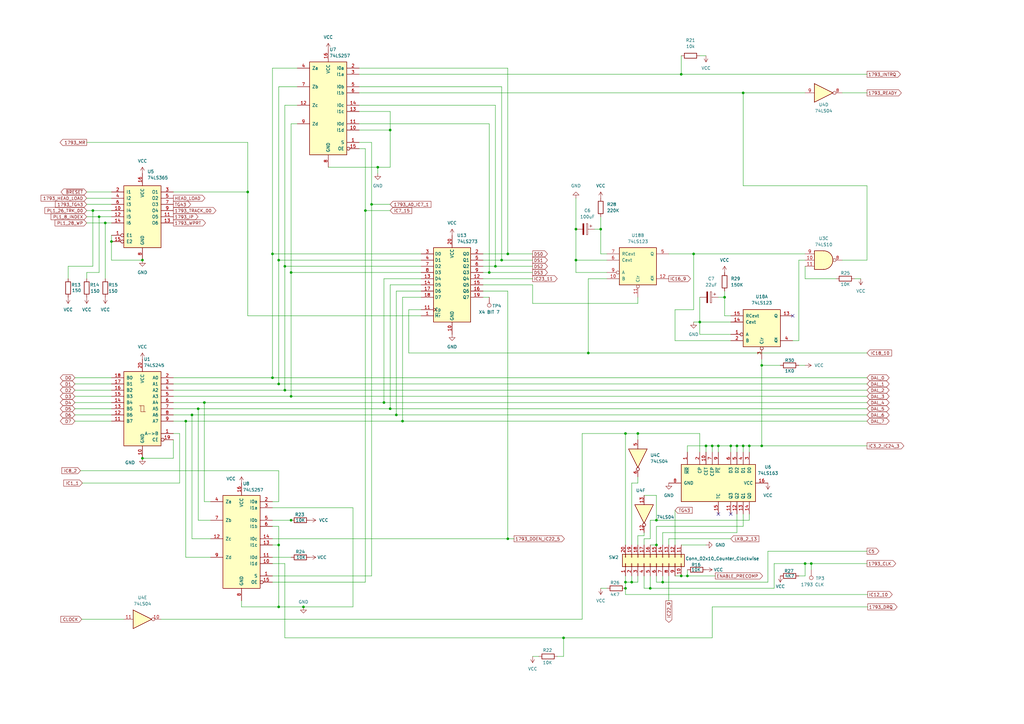
<source format=kicad_sch>
(kicad_sch (version 20211123) (generator eeschema)
  (paper "A3")
  (title_block (title "80 Bus FDC Controller") (date "2023-04-03") (rev "1.3.0"))
  (lib_symbols
    (symbol "74xx:74LS04"
      (property "Reference" "U" (at 0 1.27 0))
      (property "Value" "74LS04" (at 0 -1.27 0))
      (symbol "74LS04_1_0"
        (pin input line (at -7.62 0 0) (length 3.81) (name "~") (number "1"))
        (pin output inverted (at 7.62 0 180) (length 3.81) (name "~") (number "2"))
      )
      (symbol "74LS04_2_0"
        (pin input line (at -7.62 0 0) (length 3.81) (name "~") (number "3"))
        (pin output inverted (at 7.62 0 180) (length 3.81) (name "~") (number "4"))
      )
      (symbol "74LS04_3_0"
        (pin input line (at -7.62 0 0) (length 3.81) (name "~") (number "5"))
        (pin output inverted (at 7.62 0 180) (length 3.81) (name "~") (number "6"))
      )
      (symbol "74LS04_4_0"
        (pin output inverted (at 7.62 0 180) (length 3.81) (name "~") (number "8"))
        (pin input line (at -7.62 0 0) (length 3.81) (name "~") (number "9"))
      )
      (symbol "74LS04_5_0"
        (pin output inverted (at 7.62 0 180) (length 3.81) (name "~") (number "10"))
        (pin input line (at -7.62 0 0) (length 3.81) (name "~") (number "11"))
      )
      (symbol "74LS04_6_0"
        (pin output inverted (at 7.62 0 180) (length 3.81) (name "~") (number "12"))
        (pin input line (at -7.62 0 0) (length 3.81) (name "~") (number "13"))
      )
      (symbol "74LS04_7_0"
        (pin power_in line (at 0 12.7 270) (length 5.08) (name "VCC") (number "14"))
        (pin power_in line (at 0 -12.7 90) (length 5.08) (name "GND") (number "7"))
      )
    )
    (symbol "74xx:74LS10" (pin_names (offset 1.016))
      (property "Reference" "U" (at 0 1.27 0))
      (property "Value" "74LS10" (at 0 -1.27 0))
      (symbol "74LS10_1_1"
        (pin input line (at -7.62 2.54 0) (length 3.81) (name "~") (number "1"))
        (pin output inverted (at 7.62 0 180) (length 3.81) (name "~") (number "12"))
        (pin input line (at -7.62 -2.54 0) (length 3.81) (name "~") (number "13"))
        (pin input line (at -7.62 0 0) (length 3.81) (name "~") (number "2"))
      )
      (symbol "74LS10_1_2"
        (pin input inverted (at -7.62 2.54 0) (length 4.318) (name "~") (number "1"))
        (pin output line (at 7.62 0 180) (length 3.81) (name "~") (number "12"))
        (pin input inverted (at -7.62 -2.54 0) (length 4.318) (name "~") (number "13"))
        (pin input inverted (at -7.62 0 0) (length 4.953) (name "~") (number "2"))
      )
      (symbol "74LS10_2_1"
        (pin input line (at -7.62 2.54 0) (length 3.81) (name "~") (number "3"))
        (pin input line (at -7.62 0 0) (length 3.81) (name "~") (number "4"))
        (pin input line (at -7.62 -2.54 0) (length 3.81) (name "~") (number "5"))
        (pin output inverted (at 7.62 0 180) (length 3.81) (name "~") (number "6"))
      )
      (symbol "74LS10_2_2"
        (pin input inverted (at -7.62 2.54 0) (length 4.318) (name "~") (number "3"))
        (pin input inverted (at -7.62 0 0) (length 4.953) (name "~") (number "4"))
        (pin input inverted (at -7.62 -2.54 0) (length 4.318) (name "~") (number "5"))
        (pin output line (at 7.62 0 180) (length 3.81) (name "~") (number "6"))
      )
      (symbol "74LS10_3_1"
        (pin input line (at -7.62 0 0) (length 3.81) (name "~") (number "10"))
        (pin input line (at -7.62 -2.54 0) (length 3.81) (name "~") (number "11"))
        (pin output inverted (at 7.62 0 180) (length 3.81) (name "~") (number "8"))
        (pin input line (at -7.62 2.54 0) (length 3.81) (name "~") (number "9"))
      )
      (symbol "74LS10_3_2"
        (pin input inverted (at -7.62 0 0) (length 4.953) (name "~") (number "10"))
        (pin input inverted (at -7.62 -2.54 0) (length 4.318) (name "~") (number "11"))
        (pin output line (at 7.62 0 180) (length 3.81) (name "~") (number "8"))
        (pin input inverted (at -7.62 2.54 0) (length 4.318) (name "~") (number "9"))
      )
      (symbol "74LS10_4_0"
        (pin power_in line (at 0 12.7 270) (length 5.08) (name "VCC") (number "14"))
        (pin power_in line (at 0 -12.7 90) (length 5.08) (name "GND") (number "7"))
      )
    )
    (symbol "74xx:74LS123" (pin_names (offset 1.016))
      (property "Reference" "U" (at -7.62 8.89 0))
      (property "Value" "74LS123" (at -7.62 -8.89 0))
      (symbol "74LS123_1_0"
        (pin input inverted (at -12.7 -2.54 0) (length 5.08) (name "A") (number "1"))
        (pin output line (at 12.7 5.08 180) (length 5.08) (name "Q") (number "13"))
        (pin input line (at -12.7 2.54 0) (length 5.08) (name "Cext") (number "14"))
        (pin input line (at -12.7 5.08 0) (length 5.08) (name "RCext") (number "15"))
        (pin input line (at -12.7 -5.08 0) (length 5.08) (name "B") (number "2"))
        (pin input inverted (at 0 -12.7 90) (length 5.08) (name "Clr") (number "3"))
        (pin output line (at 12.7 -5.08 180) (length 5.08) (name "~{Q}") (number "4"))
      )
      (symbol "74LS123_2_0"
        (pin input line (at -12.7 -5.08 0) (length 5.08) (name "B") (number "10"))
        (pin input inverted (at 0 -12.7 90) (length 5.08) (name "Clr") (number "11"))
        (pin output line (at 12.7 -5.08 180) (length 5.08) (name "~{Q}") (number "12"))
        (pin output line (at 12.7 5.08 180) (length 5.08) (name "Q") (number "5"))
        (pin input line (at -12.7 2.54 0) (length 5.08) (name "Cext") (number "6"))
        (pin input line (at -12.7 5.08 0) (length 5.08) (name "RCext") (number "7"))
        (pin input inverted (at -12.7 -2.54 0) (length 5.08) (name "A") (number "9"))
      )
      (symbol "74LS123_3_0"
        (pin power_in line (at 0 12.7 270) (length 5.08) (name "VCC") (number "16"))
        (pin power_in line (at 0 -12.7 90) (length 5.08) (name "GND") (number "8"))
      )
    )
    (symbol "74xx:74LS163" (pin_names (offset 1.016))
      (property "Reference" "U" (at -7.62 16.51 0))
      (property "Value" "74LS163" (at -7.62 -16.51 0))
      (symbol "74LS163_1_0"
        (pin input line (at -12.7 -12.7 0) (length 5.08) (name "~{MR}") (number "1"))
        (pin input line (at -12.7 -5.08 0) (length 5.08) (name "CET") (number "10"))
        (pin output line (at 12.7 5.08 180) (length 5.08) (name "Q3") (number "11"))
        (pin output line (at 12.7 7.62 180) (length 5.08) (name "Q2") (number "12"))
        (pin output line (at 12.7 10.16 180) (length 5.08) (name "Q1") (number "13"))
        (pin output line (at 12.7 12.7 180) (length 5.08) (name "Q0") (number "14"))
        (pin output line (at 12.7 0 180) (length 5.08) (name "TC") (number "15"))
        (pin power_in line (at 0 20.32 270) (length 5.08) (name "VCC") (number "16"))
        (pin input line (at -12.7 -7.62 0) (length 5.08) (name "CP") (number "2"))
        (pin input line (at -12.7 12.7 0) (length 5.08) (name "D0") (number "3"))
        (pin input line (at -12.7 10.16 0) (length 5.08) (name "D1") (number "4"))
        (pin input line (at -12.7 7.62 0) (length 5.08) (name "D2") (number "5"))
        (pin input line (at -12.7 5.08 0) (length 5.08) (name "D3") (number "6"))
        (pin input line (at -12.7 -2.54 0) (length 5.08) (name "CEP") (number "7"))
        (pin power_in line (at 0 -20.32 90) (length 5.08) (name "GND") (number "8"))
        (pin input line (at -12.7 0 0) (length 5.08) (name "~{PE}") (number "9"))
      )
    )
    (symbol "74xx:74LS245" (pin_names (offset 1.016))
      (property "Reference" "U" (at -7.62 16.51 0))
      (property "Value" "74LS245" (at -7.62 -16.51 0))
      (symbol "74LS245_1_0"
        (pin input line (at -12.7 -10.16 0) (length 5.08) (name "A->B") (number "1"))
        (pin power_in line (at 0 -20.32 90) (length 5.08) (name "GND") (number "10"))
        (pin tri_state line (at 12.7 -5.08 180) (length 5.08) (name "B7") (number "11"))
        (pin tri_state line (at 12.7 -2.54 180) (length 5.08) (name "B6") (number "12"))
        (pin tri_state line (at 12.7 0 180) (length 5.08) (name "B5") (number "13"))
        (pin tri_state line (at 12.7 2.54 180) (length 5.08) (name "B4") (number "14"))
        (pin tri_state line (at 12.7 5.08 180) (length 5.08) (name "B3") (number "15"))
        (pin tri_state line (at 12.7 7.62 180) (length 5.08) (name "B2") (number "16"))
        (pin tri_state line (at 12.7 10.16 180) (length 5.08) (name "B1") (number "17"))
        (pin tri_state line (at 12.7 12.7 180) (length 5.08) (name "B0") (number "18"))
        (pin input inverted (at -12.7 -12.7 0) (length 5.08) (name "CE") (number "19"))
        (pin tri_state line (at -12.7 12.7 0) (length 5.08) (name "A0") (number "2"))
        (pin power_in line (at 0 20.32 270) (length 5.08) (name "VCC") (number "20"))
        (pin tri_state line (at -12.7 10.16 0) (length 5.08) (name "A1") (number "3"))
        (pin tri_state line (at -12.7 7.62 0) (length 5.08) (name "A2") (number "4"))
        (pin tri_state line (at -12.7 5.08 0) (length 5.08) (name "A3") (number "5"))
        (pin tri_state line (at -12.7 2.54 0) (length 5.08) (name "A4") (number "6"))
        (pin tri_state line (at -12.7 0 0) (length 5.08) (name "A5") (number "7"))
        (pin tri_state line (at -12.7 -2.54 0) (length 5.08) (name "A6") (number "8"))
        (pin tri_state line (at -12.7 -5.08 0) (length 5.08) (name "A7") (number "9"))
      )
    )
    (symbol "74xx:74LS257" (pin_names (offset 1.016))
      (property "Reference" "U" (at -7.62 19.05 0))
      (property "Value" "74LS257" (at -7.62 -21.59 0))
      (symbol "74LS257_1_0"
        (pin input line (at -12.7 -15.24 0) (length 5.08) (name "S") (number "1"))
        (pin input line (at -12.7 -10.16 0) (length 5.08) (name "I1d") (number "10"))
        (pin input line (at -12.7 -7.62 0) (length 5.08) (name "I0d") (number "11"))
        (pin tri_state line (at 12.7 0 180) (length 5.08) (name "Zc") (number "12"))
        (pin input line (at -12.7 -2.54 0) (length 5.08) (name "I1c") (number "13"))
        (pin input line (at -12.7 0 0) (length 5.08) (name "I0c") (number "14"))
        (pin input inverted (at -12.7 -17.78 0) (length 5.08) (name "OE") (number "15"))
        (pin power_in line (at 0 22.86 270) (length 5.08) (name "VCC") (number "16"))
        (pin input line (at -12.7 15.24 0) (length 5.08) (name "I0a") (number "2"))
        (pin input line (at -12.7 12.7 0) (length 5.08) (name "I1a") (number "3"))
        (pin tri_state line (at 12.7 15.24 180) (length 5.08) (name "Za") (number "4"))
        (pin input line (at -12.7 7.62 0) (length 5.08) (name "I0b") (number "5"))
        (pin input line (at -12.7 5.08 0) (length 5.08) (name "I1b") (number "6"))
        (pin tri_state line (at 12.7 7.62 180) (length 5.08) (name "Zb") (number "7"))
        (pin power_in line (at 0 -25.4 90) (length 5.08) (name "GND") (number "8"))
        (pin tri_state line (at 12.7 -7.62 180) (length 5.08) (name "Zd") (number "9"))
      )
    )
    (symbol "74xx:74LS273"
      (property "Reference" "U" (at -7.62 16.51 0))
      (property "Value" "74LS273" (at -7.62 -16.51 0))
      (symbol "74LS273_1_0"
        (pin input line (at -12.7 -12.7 0) (length 5.08) (name "~{Mr}") (number "1"))
        (pin power_in line (at 0 -20.32 90) (length 5.08) (name "GND") (number "10"))
        (pin input clock (at -12.7 -10.16 0) (length 5.08) (name "Cp") (number "11"))
        (pin output line (at 12.7 2.54 180) (length 5.08) (name "Q4") (number "12"))
        (pin input line (at -12.7 2.54 0) (length 5.08) (name "D4") (number "13"))
        (pin input line (at -12.7 0 0) (length 5.08) (name "D5") (number "14"))
        (pin output line (at 12.7 0 180) (length 5.08) (name "Q5") (number "15"))
        (pin output line (at 12.7 -2.54 180) (length 5.08) (name "Q6") (number "16"))
        (pin input line (at -12.7 -2.54 0) (length 5.08) (name "D6") (number "17"))
        (pin input line (at -12.7 -5.08 0) (length 5.08) (name "D7") (number "18"))
        (pin output line (at 12.7 -5.08 180) (length 5.08) (name "Q7") (number "19"))
        (pin output line (at 12.7 12.7 180) (length 5.08) (name "Q0") (number "2"))
        (pin power_in line (at 0 20.32 270) (length 5.08) (name "VCC") (number "20"))
        (pin input line (at -12.7 12.7 0) (length 5.08) (name "D0") (number "3"))
        (pin input line (at -12.7 10.16 0) (length 5.08) (name "D1") (number "4"))
        (pin output line (at 12.7 10.16 180) (length 5.08) (name "Q1") (number "5"))
        (pin output line (at 12.7 7.62 180) (length 5.08) (name "Q2") (number "6"))
        (pin input line (at -12.7 7.62 0) (length 5.08) (name "D2") (number "7"))
        (pin input line (at -12.7 5.08 0) (length 5.08) (name "D3") (number "8"))
        (pin output line (at 12.7 5.08 180) (length 5.08) (name "Q3") (number "9"))
      )
    )
    (symbol "74xx:74LS365" (pin_names (offset 1.016))
      (property "Reference" "U" (at -7.62 13.97 0))
      (property "Value" "74LS365" (at -7.62 -13.97 0))
      (symbol "74LS365_1_0"
        (pin input inverted (at -12.7 -7.62 0) (length 5.08) (name "E1") (number "1"))
        (pin input line (at -12.7 2.54 0) (length 5.08) (name "I4") (number "10"))
        (pin tri_state line (at 12.7 0 180) (length 5.08) (name "O5") (number "11"))
        (pin input line (at -12.7 0 0) (length 5.08) (name "I5") (number "12"))
        (pin tri_state line (at 12.7 -2.54 180) (length 5.08) (name "O6") (number "13"))
        (pin input line (at -12.7 -2.54 0) (length 5.08) (name "I6") (number "14"))
        (pin input inverted (at -12.7 -10.16 0) (length 5.08) (name "E2") (number "15"))
        (pin power_in line (at 0 17.78 270) (length 5.08) (name "VCC") (number "16"))
        (pin input line (at -12.7 10.16 0) (length 5.08) (name "I1") (number "2"))
        (pin tri_state line (at 12.7 10.16 180) (length 5.08) (name "O1") (number "3"))
        (pin input line (at -12.7 7.62 0) (length 5.08) (name "I2") (number "4"))
        (pin tri_state line (at 12.7 7.62 180) (length 5.08) (name "O2") (number "5"))
        (pin input line (at -12.7 5.08 0) (length 5.08) (name "I3") (number "6"))
        (pin tri_state line (at 12.7 5.08 180) (length 5.08) (name "O3") (number "7"))
        (pin power_in line (at 0 -17.78 90) (length 5.08) (name "GND") (number "8"))
        (pin tri_state line (at 12.7 2.54 180) (length 5.08) (name "O4") (number "9"))
      )
    )
    (symbol "Connector:TestPoint" (pin_numbers hide) (pin_names (offset 0.762) hide)
      (property "Reference" "TP" (at 0 6.858 0))
      (property "Value" "TestPoint" (at 0 5.08 0))
      (symbol "TestPoint_1_1"
        (pin passive line (at 0 0 90) (length 2.54) (name "1") (number "1"))
      )
    )
    (symbol "Connector_Generic:Conn_02x10_Counter_Clockwise" (pin_names (offset 1.016) hide)
      (property "Reference" "J" (at 1.27 12.7 0))
      (property "Value" "Conn_02x10_Counter_Clockwise" (at 1.27 -15.24 0))
      (symbol "Conn_02x10_Counter_Clockwise_1_1"
        (pin passive line (at -5.08 10.16 0) (length 3.81) (name "Pin_1") (number "1"))
        (pin passive line (at -5.08 -12.7 0) (length 3.81) (name "Pin_10") (number "10"))
        (pin passive line (at 7.62 -12.7 180) (length 3.81) (name "Pin_11") (number "11"))
        (pin passive line (at 7.62 -10.16 180) (length 3.81) (name "Pin_12") (number "12"))
        (pin passive line (at 7.62 -7.62 180) (length 3.81) (name "Pin_13") (number "13"))
        (pin passive line (at 7.62 -5.08 180) (length 3.81) (name "Pin_14") (number "14"))
        (pin passive line (at 7.62 -2.54 180) (length 3.81) (name "Pin_15") (number "15"))
        (pin passive line (at 7.62 0 180) (length 3.81) (name "Pin_16") (number "16"))
        (pin passive line (at 7.62 2.54 180) (length 3.81) (name "Pin_17") (number "17"))
        (pin passive line (at 7.62 5.08 180) (length 3.81) (name "Pin_18") (number "18"))
        (pin passive line (at 7.62 7.62 180) (length 3.81) (name "Pin_19") (number "19"))
        (pin passive line (at -5.08 7.62 0) (length 3.81) (name "Pin_2") (number "2"))
        (pin passive line (at 7.62 10.16 180) (length 3.81) (name "Pin_20") (number "20"))
        (pin passive line (at -5.08 5.08 0) (length 3.81) (name "Pin_3") (number "3"))
        (pin passive line (at -5.08 2.54 0) (length 3.81) (name "Pin_4") (number "4"))
        (pin passive line (at -5.08 0 0) (length 3.81) (name "Pin_5") (number "5"))
        (pin passive line (at -5.08 -2.54 0) (length 3.81) (name "Pin_6") (number "6"))
        (pin passive line (at -5.08 -5.08 0) (length 3.81) (name "Pin_7") (number "7"))
        (pin passive line (at -5.08 -7.62 0) (length 3.81) (name "Pin_8") (number "8"))
        (pin passive line (at -5.08 -10.16 0) (length 3.81) (name "Pin_9") (number "9"))
      )
    )
    (symbol "Device:C_Polarized" (pin_numbers hide) (pin_names (offset 0.254))
      (property "Reference" "C" (at 0.635 2.54 0))
      (property "Value" "C_Polarized" (at 0.635 -2.54 0))
      (symbol "C_Polarized_1_1"
        (pin passive line (at 0 3.81 270) (length 2.794) (name "~") (number "1"))
        (pin passive line (at 0 -3.81 90) (length 2.794) (name "~") (number "2"))
      )
    )
    (symbol "Device:R" (pin_numbers hide) (pin_names (offset 0))
      (property "Reference" "R" (at 2.032 0 90))
      (property "Value" "R" (at 0 0 90))
      (symbol "R_1_1"
        (pin passive line (at 0 3.81 270) (length 1.27) (name "~") (number "1"))
        (pin passive line (at 0 -3.81 90) (length 1.27) (name "~") (number "2"))
      )
    )
    (symbol "power:GND" (power) (pin_names (offset 0))
      (property "Value" "GND" (at 0 -3.81 0))
      (symbol "GND_1_1"
        (pin power_in line (at 0 0 270) (length 0) hide (name "GND") (number "1"))
      )
    )
    (symbol "power:VCC" (power) (pin_names (offset 0))
      (property "Value" "VCC" (at 0 3.81 0))
      (symbol "VCC_1_1"
        (pin power_in line (at 0 0 90) (length 0) hide (name "VCC") (number "1"))
      )
    )
  )
  (junction (at 304.8 38.1))
  (junction (at 259.08 238.76))
  (junction (at 101.6 78.74))
  (junction (at 43.18 91.44))
  (junction (at 38.1 86.36))
  (junction (at 114.3 157.48))
  (junction (at 149.86 86.36))
  (junction (at 294.64 182.88))
  (junction (at 269.24 213.36))
  (junction (at 241.3 144.78))
  (junction (at 160.02 53.34))
  (junction (at 256.54 177.8))
  (junction (at 114.3 248.92))
  (junction (at 271.78 238.76))
  (junction (at 165.1 172.72))
  (junction (at 81.28 167.64))
  (junction (at 205.74 106.68))
  (junction (at 287.02 132.08))
  (junction (at 304.8 182.88))
  (junction (at 114.3 223.52))
  (junction (at 40.64 88.9))
  (junction (at 116.84 160.02))
  (junction (at 154.94 68.58))
  (junction (at 292.1 182.88))
  (junction (at 111.76 104.14))
  (junction (at 307.34 182.88))
  (junction (at 269.24 223.52))
  (junction (at 236.22 106.68))
  (junction (at 58.42 106.68))
  (junction (at 208.28 104.14))
  (junction (at 256.54 238.76))
  (junction (at 152.4 83.82))
  (junction (at 312.42 182.88))
  (junction (at 297.18 121.92))
  (junction (at 111.76 154.94))
  (junction (at 231.14 261.62))
  (junction (at 78.74 170.18))
  (junction (at 279.4 236.22))
  (junction (at 119.38 162.56))
  (junction (at 124.46 248.92))
  (junction (at 119.38 213.36))
  (junction (at 279.4 30.48))
  (junction (at 302.26 182.88))
  (junction (at 236.22 93.98))
  (junction (at 330.2 231.14))
  (junction (at 203.2 109.22))
  (junction (at 266.7 241.3))
  (junction (at 281.94 236.22))
  (junction (at 289.56 182.88))
  (junction (at 119.38 111.76))
  (junction (at 162.56 170.18))
  (junction (at 299.72 182.88))
  (junction (at 45.72 99.06))
  (junction (at 256.54 241.3))
  (junction (at 157.48 165.1))
  (junction (at 332.74 231.14))
  (junction (at 284.48 104.14))
  (junction (at 160.02 167.64))
  (junction (at 200.66 111.76))
  (junction (at 116.84 109.22))
  (junction (at 261.62 177.8))
  (junction (at 76.2 172.72))
  (junction (at 58.42 187.96))
  (junction (at 312.42 149.86))
  (junction (at 114.3 106.68))
  (junction (at 246.38 93.98))
  (junction (at 208.28 220.98))
  (junction (at 83.82 165.1))
  (no_connect (at 325.12 129.54))
  (no_connect (at 294.64 210.82))
  (no_connect (at 299.72 210.82))
  (wire (pts (xy 218.44 116.84) (xy 218.44 124.46)))
  (wire (pts (xy 256.54 177.8) (xy 261.62 177.8)))
  (wire (pts (xy 327.66 236.22) (xy 330.2 236.22)))
  (wire (pts (xy 147.32 45.72) (xy 160.02 45.72)))
  (wire (pts (xy 238.76 177.8) (xy 238.76 254)))
  (wire (pts (xy 264.16 220.98) (xy 266.7 220.98)))
  (wire (pts (xy 114.3 106.68) (xy 172.72 106.68)))
  (wire (pts (xy 281.94 236.22) (xy 293.37 236.22)))
  (wire (pts (xy 119.38 111.76) (xy 119.38 162.56)))
  (wire (pts (xy 121.92 35.56) (xy 114.3 35.56)))
  (wire (pts (xy 276.86 236.22) (xy 279.4 236.22)))
  (wire (pts (xy 292.1 182.88) (xy 292.1 185.42)))
  (wire (pts (xy 157.48 165.1) (xy 355.6 165.1)))
  (wire (pts (xy 261.62 195.58) (xy 261.62 198.12)))
  (wire (pts (xy 264.16 236.22) (xy 264.16 241.3)))
  (wire (pts (xy 345.44 106.68) (xy 355.6 106.68)))
  (wire (pts (xy 236.22 81.28) (xy 236.22 93.98)))
  (wire (pts (xy 269.24 213.36) (xy 307.34 213.36)))
  (wire (pts (xy 264.16 241.3) (xy 266.7 241.3)))
  (wire (pts (xy 76.2 172.72) (xy 165.1 172.72)))
  (wire (pts (xy 198.12 109.22) (xy 203.2 109.22)))
  (wire (pts (xy 246.38 104.14) (xy 246.38 93.98)))
  (wire (pts (xy 299.72 182.88) (xy 302.26 182.88)))
  (wire (pts (xy 231.14 261.62) (xy 292.1 261.62)))
  (wire (pts (xy 116.84 231.14) (xy 116.84 261.62)))
  (wire (pts (xy 307.34 213.36) (xy 307.34 210.82)))
  (wire (pts (xy 30.734 165.1) (xy 45.72 165.1)))
  (wire (pts (xy 35.56 88.9) (xy 40.64 88.9)))
  (wire (pts (xy 43.18 91.44) (xy 43.18 114.3)))
  (wire (pts (xy 147.32 38.1) (xy 304.8 38.1)))
  (wire (pts (xy 281.94 182.88) (xy 289.56 182.88)))
  (wire (pts (xy 261.62 236.22) (xy 261.62 238.76)))
  (wire (pts (xy 111.76 27.94) (xy 111.76 104.14)))
  (wire (pts (xy 198.12 116.84) (xy 218.44 116.84)))
  (wire (pts (xy 111.76 228.6) (xy 119.38 228.6)))
  (wire (pts (xy 256.54 238.76) (xy 256.54 241.3)))
  (wire (pts (xy 147.32 35.56) (xy 205.74 35.56)))
  (wire (pts (xy 119.38 50.8) (xy 119.38 111.76)))
  (wire (pts (xy 198.12 111.76) (xy 200.66 111.76)))
  (wire (pts (xy 312.42 182.88) (xy 355.6 182.88)))
  (wire (pts (xy 297.18 119.38) (xy 297.18 121.92)))
  (wire (pts (xy 332.74 231.14) (xy 355.6 231.14)))
  (wire (pts (xy 165.1 121.92) (xy 165.1 172.72)))
  (wire (pts (xy 124.46 248.92) (xy 144.78 248.92)))
  (wire (pts (xy 256.54 238.76) (xy 259.08 238.76)))
  (wire (pts (xy 304.8 182.88) (xy 307.34 182.88)))
  (wire (pts (xy 200.66 50.8) (xy 147.32 50.8)))
  (wire (pts (xy 147.32 43.18) (xy 203.2 43.18)))
  (wire (pts (xy 73.66 177.8) (xy 73.66 198.12)))
  (wire (pts (xy 162.56 119.38) (xy 162.56 170.18)))
  (wire (pts (xy 71.12 165.1) (xy 83.82 165.1)))
  (wire (pts (xy 121.92 27.94) (xy 111.76 27.94)))
  (wire (pts (xy 71.12 180.34) (xy 71.12 187.96)))
  (wire (pts (xy 330.2 231.14) (xy 317.5 231.14)))
  (wire (pts (xy 116.84 261.62) (xy 231.14 261.62)))
  (wire (pts (xy 248.92 104.14) (xy 246.38 104.14)))
  (wire (pts (xy 269.24 215.9) (xy 269.24 223.52)))
  (wire (pts (xy 111.76 231.14) (xy 116.84 231.14)))
  (wire (pts (xy 30.734 170.18) (xy 45.72 170.18)))
  (wire (pts (xy 86.36 213.36) (xy 81.28 213.36)))
  (wire (pts (xy 147.32 53.34) (xy 160.02 53.34)))
  (wire (pts (xy 302.26 182.88) (xy 302.26 185.42)))
  (wire (pts (xy 345.44 38.1) (xy 355.6 38.1)))
  (wire (pts (xy 35.56 81.28) (xy 45.72 81.28)))
  (wire (pts (xy 256.54 243.84) (xy 355.854 243.84)))
  (wire (pts (xy 33.782 198.12) (xy 73.66 198.12)))
  (wire (pts (xy 198.12 104.14) (xy 208.28 104.14)))
  (wire (pts (xy 203.2 109.22) (xy 218.44 109.22)))
  (wire (pts (xy 287.02 185.42) (xy 287.02 177.8)))
  (wire (pts (xy 269.24 238.76) (xy 271.78 238.76)))
  (wire (pts (xy 317.5 231.14) (xy 317.5 241.3)))
  (wire (pts (xy 152.4 58.42) (xy 152.4 83.82)))
  (wire (pts (xy 83.82 165.1) (xy 157.48 165.1)))
  (wire (pts (xy 114.3 205.74) (xy 114.3 193.04)))
  (wire (pts (xy 271.78 238.76) (xy 314.96 238.76)))
  (wire (pts (xy 111.76 205.74) (xy 114.3 205.74)))
  (wire (pts (xy 30.734 154.94) (xy 45.72 154.94)))
  (wire (pts (xy 299.72 137.16) (xy 287.02 137.16)))
  (wire (pts (xy 297.18 129.54) (xy 299.72 129.54)))
  (wire (pts (xy 259.08 198.12) (xy 261.62 198.12)))
  (wire (pts (xy 119.38 162.56) (xy 355.6 162.56)))
  (wire (pts (xy 81.28 167.64) (xy 81.28 213.36)))
  (wire (pts (xy 111.76 213.36) (xy 119.38 213.36)))
  (wire (pts (xy 246.38 241.3) (xy 248.92 241.3)))
  (wire (pts (xy 248.92 111.76) (xy 236.22 111.76)))
  (wire (pts (xy 279.4 223.52) (xy 289.56 223.52)))
  (wire (pts (xy 284.48 132.08) (xy 287.02 132.08)))
  (wire (pts (xy 330.2 231.14) (xy 330.2 236.22)))
  (wire (pts (xy 205.74 106.68) (xy 218.44 106.68)))
  (wire (pts (xy 271.78 236.22) (xy 271.78 238.76)))
  (wire (pts (xy 101.6 129.54) (xy 101.6 78.74)))
  (wire (pts (xy 198.12 121.92) (xy 200.66 121.92)))
  (wire (pts (xy 302.26 182.88) (xy 304.8 182.88)))
  (wire (pts (xy 172.72 121.92) (xy 165.1 121.92)))
  (wire (pts (xy 121.92 43.18) (xy 116.84 43.18)))
  (wire (pts (xy 236.22 93.98) (xy 236.22 106.68)))
  (wire (pts (xy 259.08 223.52) (xy 259.08 198.12)))
  (wire (pts (xy 116.84 43.18) (xy 116.84 109.22)))
  (wire (pts (xy 114.3 223.52) (xy 114.3 248.92)))
  (wire (pts (xy 30.734 162.56) (xy 45.72 162.56)))
  (wire (pts (xy 269.24 236.22) (xy 269.24 238.76)))
  (wire (pts (xy 266.7 220.98) (xy 266.7 213.36)))
  (wire (pts (xy 114.3 106.68) (xy 114.3 157.48)))
  (wire (pts (xy 71.12 167.64) (xy 81.28 167.64)))
  (wire (pts (xy 35.56 114.3) (xy 35.56 111.76)))
  (wire (pts (xy 198.12 119.38) (xy 208.28 119.38)))
  (wire (pts (xy 149.86 60.96) (xy 149.86 86.36)))
  (wire (pts (xy 43.18 91.44) (xy 45.72 91.44)))
  (wire (pts (xy 111.76 236.22) (xy 152.4 236.22)))
  (wire (pts (xy 81.28 167.64) (xy 160.02 167.64)))
  (wire (pts (xy 111.76 208.28) (xy 144.78 208.28)))
  (wire (pts (xy 203.2 43.18) (xy 203.2 109.22)))
  (wire (pts (xy 304.8 38.1) (xy 330.2 38.1)))
  (wire (pts (xy 200.66 111.76) (xy 200.66 50.8)))
  (wire (pts (xy 205.74 35.56) (xy 205.74 106.68)))
  (wire (pts (xy 111.76 238.76) (xy 149.86 238.76)))
  (wire (pts (xy 111.76 215.9) (xy 114.3 215.9)))
  (wire (pts (xy 45.72 99.06) (xy 45.72 106.68)))
  (wire (pts (xy 330.2 106.68) (xy 327.66 106.68)))
  (wire (pts (xy 35.56 58.42) (xy 101.6 58.42)))
  (wire (pts (xy 71.12 154.94) (xy 111.76 154.94)))
  (wire (pts (xy 134.62 68.58) (xy 154.94 68.58)))
  (wire (pts (xy 256.54 236.22) (xy 256.54 238.76)))
  (wire (pts (xy 294.64 182.88) (xy 299.72 182.88)))
  (wire (pts (xy 76.2 172.72) (xy 76.2 228.6)))
  (wire (pts (xy 167.64 127) (xy 167.64 144.78)))
  (wire (pts (xy 269.24 215.9) (xy 304.8 215.9)))
  (wire (pts (xy 271.78 218.44) (xy 271.78 223.52)))
  (wire (pts (xy 350.52 114.3) (xy 353.06 114.3)))
  (wire (pts (xy 264.16 223.52) (xy 264.16 220.98)))
  (wire (pts (xy 279.4 22.86) (xy 279.4 30.48)))
  (wire (pts (xy 111.76 154.94) (xy 355.6 154.94)))
  (wire (pts (xy 30.734 157.48) (xy 45.72 157.48)))
  (wire (pts (xy 172.72 119.38) (xy 162.56 119.38)))
  (wire (pts (xy 266.7 241.3) (xy 317.5 241.3)))
  (wire (pts (xy 71.12 187.96) (xy 58.42 187.96)))
  (wire (pts (xy 152.4 83.82) (xy 152.4 236.22)))
  (wire (pts (xy 30.734 160.02) (xy 45.72 160.02)))
  (wire (pts (xy 238.76 177.8) (xy 256.54 177.8)))
  (wire (pts (xy 160.02 53.34) (xy 160.02 68.58)))
  (wire (pts (xy 266.7 223.52) (xy 269.24 223.52)))
  (wire (pts (xy 256.54 241.3) (xy 256.54 243.84)))
  (wire (pts (xy 287.02 132.08) (xy 287.02 121.92)))
  (wire (pts (xy 307.34 182.88) (xy 312.42 182.88)))
  (wire (pts (xy 304.8 215.9) (xy 304.8 210.82)))
  (wire (pts (xy 330.2 109.22) (xy 330.2 114.3)))
  (wire (pts (xy 281.94 233.68) (xy 281.94 236.22)))
  (wire (pts (xy 33.528 254) (xy 50.8 254)))
  (wire (pts (xy 312.42 147.32) (xy 312.42 149.86)))
  (wire (pts (xy 66.04 254) (xy 238.76 254)))
  (wire (pts (xy 274.32 236.22) (xy 274.32 246.38)))
  (wire (pts (xy 116.84 160.02) (xy 355.6 160.02)))
  (wire (pts (xy 83.82 165.1) (xy 83.82 205.74)))
  (wire (pts (xy 274.32 104.14) (xy 284.48 104.14)))
  (wire (pts (xy 147.32 60.96) (xy 149.86 60.96)))
  (wire (pts (xy 259.08 236.22) (xy 259.08 238.76)))
  (wire (pts (xy 198.12 114.3) (xy 218.44 114.3)))
  (wire (pts (xy 276.86 127) (xy 276.86 139.7)))
  (wire (pts (xy 307.34 182.88) (xy 307.34 185.42)))
  (wire (pts (xy 149.86 86.36) (xy 149.86 238.76)))
  (wire (pts (xy 330.2 114.3) (xy 342.9 114.3)))
  (wire (pts (xy 261.62 177.8) (xy 287.02 177.8)))
  (wire (pts (xy 71.12 170.18) (xy 78.74 170.18)))
  (wire (pts (xy 200.66 111.76) (xy 218.44 111.76)))
  (wire (pts (xy 172.72 129.54) (xy 101.6 129.54)))
  (wire (pts (xy 38.1 86.36) (xy 45.72 86.36)))
  (wire (pts (xy 27.94 109.22) (xy 38.1 109.22)))
  (wire (pts (xy 218.44 269.24) (xy 220.98 269.24)))
  (wire (pts (xy 314.96 238.76) (xy 314.96 226.06)))
  (wire (pts (xy 231.14 261.62) (xy 231.14 269.24)))
  (wire (pts (xy 71.12 160.02) (xy 116.84 160.02)))
  (wire (pts (xy 292.1 248.92) (xy 355.854 248.92)))
  (wire (pts (xy 71.12 78.74) (xy 101.6 78.74)))
  (wire (pts (xy 172.72 116.84) (xy 160.02 116.84)))
  (wire (pts (xy 86.36 228.6) (xy 76.2 228.6)))
  (wire (pts (xy 116.84 109.22) (xy 116.84 160.02)))
  (wire (pts (xy 302.26 218.44) (xy 271.78 218.44)))
  (wire (pts (xy 160.02 167.64) (xy 355.6 167.64)))
  (wire (pts (xy 149.86 86.36) (xy 160.02 86.36)))
  (wire (pts (xy 71.12 157.48) (xy 114.3 157.48)))
  (wire (pts (xy 114.3 157.48) (xy 355.6 157.48)))
  (wire (pts (xy 284.48 127) (xy 276.86 127)))
  (wire (pts (xy 45.72 96.52) (xy 45.72 99.06)))
  (wire (pts (xy 35.56 78.74) (xy 45.72 78.74)))
  (wire (pts (xy 167.64 144.78) (xy 241.3 144.78)))
  (wire (pts (xy 327.66 139.7) (xy 325.12 139.7)))
  (wire (pts (xy 294.64 121.92) (xy 297.18 121.92)))
  (wire (pts (xy 276.86 209.296) (xy 276.86 223.52)))
  (wire (pts (xy 86.36 220.98) (xy 78.74 220.98)))
  (wire (pts (xy 355.6 106.68) (xy 355.6 76.2)))
  (wire (pts (xy 35.56 91.44) (xy 43.18 91.44)))
  (wire (pts (xy 30.734 167.64) (xy 45.72 167.64)))
  (wire (pts (xy 304.8 182.88) (xy 304.8 185.42)))
  (wire (pts (xy 111.76 104.14) (xy 111.76 154.94)))
  (wire (pts (xy 198.12 106.68) (xy 205.74 106.68)))
  (wire (pts (xy 208.28 27.94) (xy 208.28 104.14)))
  (wire (pts (xy 312.42 149.86) (xy 312.42 182.88)))
  (wire (pts (xy 246.38 93.98) (xy 243.84 93.98)))
  (wire (pts (xy 101.6 58.42) (xy 101.6 78.74)))
  (wire (pts (xy 327.66 149.86) (xy 330.2 149.86)))
  (wire (pts (xy 208.28 220.98) (xy 210.82 220.98)))
  (wire (pts (xy 302.26 210.82) (xy 302.26 218.44)))
  (wire (pts (xy 160.02 68.58) (xy 154.94 68.58)))
  (wire (pts (xy 111.76 220.98) (xy 208.28 220.98)))
  (wire (pts (xy 241.3 114.3) (xy 248.92 114.3)))
  (wire (pts (xy 38.1 109.22) (xy 38.1 86.36)))
  (wire (pts (xy 45.72 106.68) (xy 58.42 106.68)))
  (wire (pts (xy 289.56 182.88) (xy 292.1 182.88)))
  (wire (pts (xy 27.94 114.3) (xy 27.94 109.22)))
  (wire (pts (xy 287.02 132.08) (xy 299.72 132.08)))
  (wire (pts (xy 292.1 261.62) (xy 292.1 248.92)))
  (wire (pts (xy 114.3 248.92) (xy 124.46 248.92)))
  (wire (pts (xy 299.72 182.88) (xy 299.72 185.42)))
  (wire (pts (xy 114.3 193.04) (xy 33.02 193.04)))
  (wire (pts (xy 35.56 83.82) (xy 45.72 83.82)))
  (wire (pts (xy 261.62 177.8) (xy 261.62 180.34)))
  (wire (pts (xy 40.64 111.76) (xy 40.64 88.9)))
  (wire (pts (xy 35.56 86.36) (xy 38.1 86.36)))
  (wire (pts (xy 86.36 205.74) (xy 83.82 205.74)))
  (wire (pts (xy 256.54 177.8) (xy 256.54 223.52)))
  (wire (pts (xy 261.62 223.52) (xy 261.62 219.71)))
  (wire (pts (xy 111.76 104.14) (xy 172.72 104.14)))
  (wire (pts (xy 269.24 203.2) (xy 269.24 213.36)))
  (wire (pts (xy 287.02 137.16) (xy 287.02 132.08)))
  (wire (pts (xy 241.3 144.78) (xy 241.3 114.3)))
  (wire (pts (xy 147.32 58.42) (xy 152.4 58.42)))
  (wire (pts (xy 172.72 114.3) (xy 157.48 114.3)))
  (wire (pts (xy 266.7 213.36) (xy 269.24 213.36)))
  (wire (pts (xy 119.38 213.36) (xy 119.634 213.36)))
  (wire (pts (xy 246.38 88.9) (xy 246.38 93.98)))
  (wire (pts (xy 304.8 76.2) (xy 304.8 38.1)))
  (wire (pts (xy 114.3 215.9) (xy 114.3 223.52)))
  (wire (pts (xy 332.74 231.14) (xy 332.74 233.68)))
  (wire (pts (xy 332.74 231.14) (xy 330.2 231.14)))
  (wire (pts (xy 266.7 236.22) (xy 266.7 241.3)))
  (wire (pts (xy 99.06 246.38) (xy 99.06 248.92)))
  (wire (pts (xy 264.16 218.44) (xy 264.16 219.71)))
  (wire (pts (xy 355.6 76.2) (xy 304.8 76.2)))
  (wire (pts (xy 144.78 208.28) (xy 144.78 248.92)))
  (wire (pts (xy 279.4 30.48) (xy 355.6 30.48)))
  (wire (pts (xy 287.02 22.86) (xy 289.56 22.86)))
  (wire (pts (xy 208.28 104.14) (xy 218.44 104.14)))
  (wire (pts (xy 78.74 170.18) (xy 162.56 170.18)))
  (wire (pts (xy 152.4 83.82) (xy 160.02 83.82)))
  (wire (pts (xy 208.28 119.38) (xy 208.28 220.98)))
  (wire (pts (xy 160.02 116.84) (xy 160.02 167.64)))
  (wire (pts (xy 297.18 121.92) (xy 297.18 129.54)))
  (wire (pts (xy 274.32 220.98) (xy 299.72 220.98)))
  (wire (pts (xy 165.1 172.72) (xy 355.6 172.72)))
  (wire (pts (xy 236.22 106.68) (xy 236.22 111.76)))
  (wire (pts (xy 111.76 223.52) (xy 114.3 223.52)))
  (wire (pts (xy 147.32 30.48) (xy 279.4 30.48)))
  (wire (pts (xy 259.08 238.76) (xy 261.62 238.76)))
  (wire (pts (xy 160.02 45.72) (xy 160.02 53.34)))
  (wire (pts (xy 99.06 248.92) (xy 114.3 248.92)))
  (wire (pts (xy 162.56 170.18) (xy 355.6 170.18)))
  (wire (pts (xy 121.92 50.8) (xy 119.38 50.8)))
  (wire (pts (xy 320.04 149.86) (xy 312.42 149.86)))
  (wire (pts (xy 35.56 111.76) (xy 40.64 111.76)))
  (wire (pts (xy 236.22 106.68) (xy 248.92 106.68)))
  (wire (pts (xy 284.48 104.14) (xy 284.48 127)))
  (wire (pts (xy 119.38 111.76) (xy 172.72 111.76)))
  (wire (pts (xy 147.32 27.94) (xy 208.28 27.94)))
  (wire (pts (xy 154.94 68.58) (xy 154.94 71.12)))
  (wire (pts (xy 241.3 144.78) (xy 355.6 144.78)))
  (wire (pts (xy 71.12 177.8) (xy 73.66 177.8)))
  (wire (pts (xy 172.72 127) (xy 167.64 127)))
  (wire (pts (xy 157.48 114.3) (xy 157.48 165.1)))
  (wire (pts (xy 71.12 172.72) (xy 76.2 172.72)))
  (wire (pts (xy 228.6 269.24) (xy 231.14 269.24)))
  (wire (pts (xy 114.3 35.56) (xy 114.3 106.68)))
  (wire (pts (xy 274.32 223.52) (xy 274.32 220.98)))
  (wire (pts (xy 281.94 185.42) (xy 281.94 182.88)))
  (wire (pts (xy 264.16 203.2) (xy 269.24 203.2)))
  (wire (pts (xy 279.4 236.22) (xy 281.94 236.22)))
  (wire (pts (xy 218.44 124.46) (xy 261.62 124.46)))
  (wire (pts (xy 261.62 121.92) (xy 261.62 124.46)))
  (wire (pts (xy 289.56 185.42) (xy 289.56 182.88)))
  (wire (pts (xy 284.48 104.14) (xy 330.2 104.14)))
  (wire (pts (xy 276.86 139.7) (xy 299.72 139.7)))
  (wire (pts (xy 261.62 219.71) (xy 264.16 219.71)))
  (wire (pts (xy 78.74 170.18) (xy 78.74 220.98)))
  (wire (pts (xy 71.12 162.56) (xy 119.38 162.56)))
  (wire (pts (xy 116.84 109.22) (xy 172.72 109.22)))
  (wire (pts (xy 294.64 182.88) (xy 294.64 185.42)))
  (wire (pts (xy 40.64 88.9) (xy 45.72 88.9)))
  (wire (pts (xy 327.66 106.68) (xy 327.66 139.7)))
  (wire (pts (xy 30.734 172.72) (xy 45.72 172.72)))
  (wire (pts (xy 292.1 182.88) (xy 294.64 182.88)))
  (wire (pts (xy 314.96 226.06) (xy 355.6 226.06)))
  (global_label "DAL_7" (shape bidirectional) (at 355.6 172.72 0) (property "Intersheet References" "${INTERSHEET_REFS}" (effects hide)))
  (global_label "IC16_9" (shape output) (at 274.32 114.3 0) (property "Intersheet References" "${INTERSHEET_REFS}" (effects hide)))
  (global_label "~{BRESET}" (shape bidirectional) (at 35.56 78.74 180) (property "Intersheet References" "${INTERSHEET_REFS}" (effects hide)))
  (global_label "HEAD_LOAD" (shape output) (at 71.12 81.28 0) (property "Intersheet References" "${INTERSHEET_REFS}" (effects hide)))
  (global_label "1793_WPRT" (shape output) (at 71.12 91.44 0) (property "Intersheet References" "${INTERSHEET_REFS}" (effects hide)))
  (global_label "TG43" (shape output) (at 71.12 83.82 0) (property "Intersheet References" "${INTERSHEET_REFS}" (effects hide)))
  (global_label "1793_READY" (shape output) (at 355.6 38.1 0) (property "Intersheet References" "${INTERSHEET_REFS}" (effects hide)))
  (global_label "DAL_6" (shape bidirectional) (at 355.6 170.18 0) (property "Intersheet References" "${INTERSHEET_REFS}" (effects hide)))
  (global_label "1793_A0_IC7_1" (shape input) (at 160.02 83.82 0) (property "Intersheet References" "${INTERSHEET_REFS}" (effects hide)))
  (global_label "DS1" (shape output) (at 218.44 106.68 0) (property "Intersheet References" "${INTERSHEET_REFS}" (effects hide)))
  (global_label "1793_HEAD_LOAD" (shape input) (at 35.56 81.28 180) (property "Intersheet References" "${INTERSHEET_REFS}" (effects hide)))
  (global_label "DAL_0" (shape bidirectional) (at 355.6 154.94 0) (property "Intersheet References" "${INTERSHEET_REFS}" (effects hide)))
  (global_label "IC1_1" (shape input) (at 33.782 198.12 180) (property "Intersheet References" "${INTERSHEET_REFS}" (effects hide)))
  (global_label "D7" (shape bidirectional) (at 30.734 172.72 180) (property "Intersheet References" "${INTERSHEET_REFS}" (effects hide)))
  (global_label "DS2" (shape output) (at 218.44 109.22 0) (property "Intersheet References" "${INTERSHEET_REFS}" (effects hide)))
  (global_label "IC18_10" (shape input) (at 355.6 144.78 0) (property "Intersheet References" "${INTERSHEET_REFS}" (effects hide)))
  (global_label "D0" (shape bidirectional) (at 30.734 154.94 180) (property "Intersheet References" "${INTERSHEET_REFS}" (effects hide)))
  (global_label "IC7_15" (shape input) (at 160.02 86.36 0) (property "Intersheet References" "${INTERSHEET_REFS}" (effects hide)))
  (global_label "1793_TG43" (shape input) (at 35.56 83.82 180) (property "Intersheet References" "${INTERSHEET_REFS}" (effects hide)))
  (global_label "IC22_9" (shape output) (at 274.32 246.38 270) (property "Intersheet References" "${INTERSHEET_REFS}" (effects hide)))
  (global_label "1793_MR" (shape output) (at 35.56 58.42 180) (property "Intersheet References" "${INTERSHEET_REFS}" (effects hide)))
  (global_label "IC8_2" (shape input) (at 33.02 193.04 180) (property "Intersheet References" "${INTERSHEET_REFS}" (effects hide)))
  (global_label "PL1_26_TRK_00" (shape input) (at 35.56 86.36 180) (property "Intersheet References" "${INTERSHEET_REFS}" (effects hide)))
  (global_label "PL1_28_WP" (shape input) (at 35.56 91.44 180) (property "Intersheet References" "${INTERSHEET_REFS}" (effects hide)))
  (global_label "DAL_2" (shape bidirectional) (at 355.6 160.02 0) (property "Intersheet References" "${INTERSHEET_REFS}" (effects hide)))
  (global_label "DAL_5" (shape bidirectional) (at 355.6 167.64 0) (property "Intersheet References" "${INTERSHEET_REFS}" (effects hide)))
  (global_label "DAL_4" (shape bidirectional) (at 355.6 165.1 0) (property "Intersheet References" "${INTERSHEET_REFS}" (effects hide)))
  (global_label "1793_INTRQ" (shape output) (at 355.6 30.48 0) (property "Intersheet References" "${INTERSHEET_REFS}" (effects hide)))
  (global_label "D5" (shape bidirectional) (at 30.734 167.64 180) (property "Intersheet References" "${INTERSHEET_REFS}" (effects hide)))
  (global_label "LKB_2_13" (shape input) (at 299.72 220.98 0) (property "Intersheet References" "${INTERSHEET_REFS}" (effects hide)))
  (global_label "1793_DDEN_IC22_5" (shape output) (at 210.82 220.98 0) (property "Intersheet References" "${INTERSHEET_REFS}" (effects hide)))
  (global_label "D3" (shape bidirectional) (at 30.734 162.56 180) (property "Intersheet References" "${INTERSHEET_REFS}" (effects hide)))
  (global_label "IC3_2_IC24_3" (shape output) (at 355.6 182.88 0) (property "Intersheet References" "${INTERSHEET_REFS}" (effects hide)))
  (global_label "DAL_1" (shape bidirectional) (at 355.6 157.48 0) (property "Intersheet References" "${INTERSHEET_REFS}" (effects hide)))
  (global_label "DS3" (shape output) (at 218.44 111.76 0) (property "Intersheet References" "${INTERSHEET_REFS}" (effects hide)))
  (global_label "IC23_11" (shape output) (at 218.44 114.3 0) (property "Intersheet References" "${INTERSHEET_REFS}" (effects hide)))
  (global_label "1793_TRACK_00" (shape output) (at 71.12 86.36 0) (property "Intersheet References" "${INTERSHEET_REFS}" (effects hide)))
  (global_label "PL1_8_INDEX" (shape input) (at 35.56 88.9 180) (property "Intersheet References" "${INTERSHEET_REFS}" (effects hide)))
  (global_label "1793_IP" (shape output) (at 71.12 88.9 0) (property "Intersheet References" "${INTERSHEET_REFS}" (effects hide)))
  (global_label "D2" (shape bidirectional) (at 30.734 160.02 180) (property "Intersheet References" "${INTERSHEET_REFS}" (effects hide)))
  (global_label "D1" (shape bidirectional) (at 30.734 157.48 180) (property "Intersheet References" "${INTERSHEET_REFS}" (effects hide)))
  (global_label "CLOCK" (shape input) (at 33.528 254 180) (property "Intersheet References" "${INTERSHEET_REFS}" (effects hide)))
  (global_label "ENABLE_PRECOMP" (shape output) (at 293.37 236.22 0) (property "Intersheet References" "${INTERSHEET_REFS}" (effects hide)))
  (global_label "D4" (shape bidirectional) (at 30.734 165.1 180) (property "Intersheet References" "${INTERSHEET_REFS}" (effects hide)))
  (global_label "TG43" (shape input) (at 276.86 209.296 0) (property "Intersheet References" "${INTERSHEET_REFS}" (effects hide)))
  (global_label "D6" (shape bidirectional) (at 30.734 170.18 180) (property "Intersheet References" "${INTERSHEET_REFS}" (effects hide)))
  (global_label "DS0" (shape output) (at 218.44 104.14 0) (property "Intersheet References" "${INTERSHEET_REFS}" (effects hide)))
  (global_label "1793_CLK" (shape output) (at 355.6 231.14 0) (property "Intersheet References" "${INTERSHEET_REFS}" (effects hide)))
  (global_label "DAL_3" (shape bidirectional) (at 355.6 162.56 0) (property "Intersheet References" "${INTERSHEET_REFS}" (effects hide)))
  (global_label "IC12_10" (shape output) (at 355.854 243.84 0) (property "Intersheet References" "${INTERSHEET_REFS}" (effects hide)))
  (global_label "1793_DRQ" (shape output) (at 355.854 248.92 0) (property "Intersheet References" "${INTERSHEET_REFS}" (effects hide)))
  (global_label "C5" (shape output) (at 355.6 226.06 0) (property "Intersheet References" "${INTERSHEET_REFS}" (effects hide)))
  (symbol (lib_id "74xx:74LS04") (at 261.62 187.96 270) (unit 3)
    (property "Reference" "U4" (at 266.7 186.6899 90) (effects (justify left)))
    (property "Value" "74LS04" (at 266.7 189.2299 90) (effects (justify left)))
    (property "Footprint" "Package_DIP:DIP-14_W7.62mm_Socket" (effects hide))
    (property "Datasheet" "http://www.ti.com/lit/gpn/sn74LS04" (effects hide))
  )
  (symbol (lib_id "power:GND") (at 284.48 132.08 0) (unit 1)
    (property "Reference" "#PWR0148" (effects hide))
    (property "Value" "GND" (at 284.48 137.16 0))
  )
  (symbol (lib_id "74xx:74LS365") (at 58.42 88.9 0) (unit 1)
    (property "Reference" "U5" (at 60.4394 70.358 0) (effects (justify left)))
    (property "Value" "74LS365" (at 60.4394 72.898 0) (effects (justify left)))
    (property "Footprint" "Package_DIP:DIP-16_W7.62mm_Socket" (effects hide))
    (property "Datasheet" "http://www.ti.com/lit/gpn/sn74LS365" (effects hide))
  )
  (symbol (lib_id "power:GND") (at 236.22 81.28 180) (unit 1)
    (property "Reference" "#PWR0147" (effects hide))
    (property "Value" "GND" (at 236.22 76.2 0))
  )
  (symbol (lib_id "power:GND") (at 58.42 187.96 0) (unit 1)
    (property "Reference" "#PWR0138" (effects hide))
    (property "Value" "GND" (at 53.34 189.738 0))
  )
  (symbol (lib_id "power:VCC") (at 43.18 121.92 180) (unit 1)
    (property "Reference" "#PWR0151" (effects hide))
    (property "Value" "VCC" (at 43.18 127 0))
  )
  (symbol (lib_id "power:VCC") (at 27.94 121.92 180) (unit 1)
    (property "Reference" "#PWR0152" (effects hide))
    (property "Value" "VCC" (at 27.94 127 0))
  )
  (symbol (lib_id "power:VCC") (at 127 213.36 270) (unit 1)
    (property "Reference" "#PWR0133" (effects hide))
    (property "Value" "VCC" (at 130.81 213.3599 90) (effects (justify left)))
  )
  (symbol (lib_id "74xx:74LS163") (at 294.64 198.12 270) (unit 1)
    (property "Reference" "U6" (at 314.96 191.5412 90))
    (property "Value" "74LS163" (at 314.96 194.0812 90))
    (property "Footprint" "Package_DIP:DIP-16_W7.62mm_Socket" (effects hide))
    (property "Datasheet" "http://www.ti.com/lit/gpn/sn74LS163" (effects hide))
  )
  (symbol (lib_id "74xx:74LS04") (at 58.42 254 0) (unit 5)
    (property "Reference" "U4" (at 58.42 245.11 0))
    (property "Value" "74LS04" (at 58.42 247.65 0))
    (property "Footprint" "Package_DIP:DIP-14_W7.62mm_Socket" (effects hide))
    (property "Datasheet" "http://www.ti.com/lit/gpn/sn74LS04" (effects hide))
  )
  (symbol (lib_id "74xx:74LS123") (at 312.42 134.62 0) (unit 1)
    (property "Reference" "U18" (at 312.42 121.666 0))
    (property "Value" "74LS123" (at 312.42 124.206 0))
    (property "Footprint" "Package_DIP:DIP-16_W7.62mm_Socket" (effects hide))
    (property "Datasheet" "http://www.ti.com/lit/gpn/sn74LS123" (effects hide))
  )
  (symbol (lib_id "Device:R") (at 323.85 149.86 90) (unit 1)
    (property "Reference" "R30" (at 323.85 147.828 90))
    (property "Value" "1K0" (at 323.85 152.146 90))
    (property "Footprint" "Resistor_THT:R_Axial_DIN0309_L9.0mm_D3.2mm_P12.70mm_Horizontal" (effects hide))
  )
  (symbol (lib_id "74xx:74LS04") (at 337.82 38.1 0) (unit 4)
    (property "Reference" "U4" (at 337.82 42.926 0))
    (property "Value" "74LS04" (at 337.82 45.466 0))
    (property "Footprint" "Package_DIP:DIP-14_W7.62mm_Socket" (effects hide))
    (property "Datasheet" "http://www.ti.com/lit/gpn/sn74LS04" (effects hide))
  )
  (symbol (lib_id "power:GND") (at 154.94 71.12 0) (unit 1)
    (property "Reference" "#PWR0129" (effects hide))
    (property "Value" "GND" (at 154.94 76.2 0))
  )
  (symbol (lib_id "Device:R") (at 224.79 269.24 90) (unit 1)
    (property "Reference" "R22" (at 224.536 266.7 90))
    (property "Value" "10K" (at 224.536 271.78 90))
    (property "Footprint" "Resistor_THT:R_Axial_DIN0309_L9.0mm_D3.2mm_P12.70mm_Horizontal" (effects hide))
  )
  (symbol (lib_id "power:GND") (at 58.42 106.68 0) (unit 1)
    (property "Reference" "#PWR0136" (effects hide))
    (property "Value" "GND" (at 58.42 111.76 0))
  )
  (symbol (lib_id "power:VCC") (at 353.06 114.3 180) (unit 1)
    (property "Reference" "#PWR0146" (effects hide))
    (property "Value" "VCC" (at 353.06 119.38 0))
  )
  (symbol (lib_id "Device:C_Polarized") (at 240.03 93.98 270) (unit 1)
    (property "Reference" "C6" (at 240.919 86.36 90))
    (property "Value" "100uF" (at 240.919 88.9 90))
    (property "Footprint" "Capacitor_THT:C_Disc_D6.0mm_W4.4mm_P5.00mm" (effects hide))
  )
  (symbol (lib_id "Device:R") (at 323.85 236.22 90) (unit 1)
    (property "Reference" "R27" (at 323.596 234.188 90))
    (property "Value" "4K7" (at 323.85 236.22 90))
    (property "Footprint" "Resistor_THT:R_Axial_DIN0309_L9.0mm_D3.2mm_P12.70mm_Horizontal" (effects hide))
  )
  (symbol (lib_id "Device:R") (at 35.56 118.11 0) (unit 1)
    (property "Reference" "R14" (at 36.83 116.84 0) (effects (justify left)))
    (property "Value" "150" (at 37.084 119.38 0) (effects (justify left)))
    (property "Footprint" "Resistor_THT:R_Axial_DIN0309_L9.0mm_D3.2mm_P12.70mm_Horizontal" (effects hide))
  )
  (symbol (lib_id "Device:R") (at 43.18 118.11 0) (unit 1)
    (property "Reference" "R15" (at 44.45 116.84 0) (effects (justify left)))
    (property "Value" "150" (at 44.45 119.38 0) (effects (justify left)))
    (property "Footprint" "Resistor_THT:R_Axial_DIN0309_L9.0mm_D3.2mm_P12.70mm_Horizontal" (effects hide))
  )
  (symbol (lib_id "74xx:74LS257") (at 134.62 43.18 0) (mirror y) (unit 1)
    (property "Reference" "U7" (at 135.1406 20.32 0) (effects (justify right)))
    (property "Value" "74LS257" (at 135.1406 22.86 0) (effects (justify right)))
    (property "Footprint" "Package_DIP:DIP-16_W7.62mm_Socket" (effects hide))
    (property "Datasheet" "http://www.ti.com/lit/gpn/sn74LS257" (effects hide))
  )
  (symbol (lib_id "power:VCC") (at 246.38 81.28 0) (unit 1)
    (property "Reference" "#PWR0149" (effects hide))
    (property "Value" "VCC" (at 246.38 76.2 0))
  )
  (symbol (lib_id "Connector:TestPoint") (at 332.74 233.68 180) (unit 1)
    (property "Reference" "TP3" (at 334.518 237.236 0) (effects (justify right)))
    (property "Value" "1793 CLK" (at 328.422 239.776 0) (effects (justify right)))
    (property "Footprint" "TestPoint:TestPoint_THTPad_D1.5mm_Drill0.7mm" (effects hide))
  )
  (symbol (lib_id "Device:R") (at 346.71 114.3 90) (unit 1)
    (property "Reference" "R25" (at 346.71 112.014 90))
    (property "Value" "10K" (at 346.71 116.586 90))
    (property "Footprint" "Resistor_THT:R_Axial_DIN0309_L9.0mm_D3.2mm_P12.70mm_Horizontal" (effects hide))
  )
  (symbol (lib_id "power:VCC") (at 297.18 111.76 0) (unit 1)
    (property "Reference" "#PWR0150" (effects hide))
    (property "Value" "VCC" (at 297.18 106.68 0))
  )
  (symbol (lib_id "power:VCC") (at 185.42 96.52 0) (unit 1)
    (property "Reference" "#PWR0130" (effects hide))
    (property "Value" "VCC" (at 185.42 91.44 0))
  )
  (symbol (lib_id "Device:R") (at 297.18 115.57 0) (unit 1)
    (property "Reference" "R29" (at 299.72 114.2999 0) (effects (justify left)))
    (property "Value" "150K" (at 299.72 116.8399 0) (effects (justify left)))
    (property "Footprint" "Resistor_THT:R_Axial_DIN0309_L9.0mm_D3.2mm_P12.70mm_Horizontal" (effects hide))
  )
  (symbol (lib_id "74xx:74LS123") (at 261.62 109.22 0) (unit 2)
    (property "Reference" "U18" (at 261.62 96.52 0))
    (property "Value" "74LS123" (at 261.62 99.06 0))
    (property "Footprint" "Package_DIP:DIP-16_W7.62mm_Socket" (effects hide))
    (property "Datasheet" "http://www.ti.com/lit/gpn/sn74LS123" (effects hide))
  )
  (symbol (lib_id "power:VCC") (at 58.42 147.32 0) (unit 1)
    (property "Reference" "#PWR0135" (effects hide))
    (property "Value" "VCC" (at 58.42 142.24 0))
  )
  (symbol (lib_id "power:VCC") (at 58.42 71.12 0) (unit 1)
    (property "Reference" "#PWR0137" (effects hide))
    (property "Value" "VCC" (at 58.42 66.04 0))
  )
  (symbol (lib_id "Device:R") (at 123.19 228.6 90) (unit 1)
    (property "Reference" "R24" (at 123.19 226.314 90))
    (property "Value" "10K" (at 123.444 228.6 90))
    (property "Footprint" "Resistor_THT:R_Axial_DIN0309_L9.0mm_D3.2mm_P12.70mm_Horizontal" (effects hide))
  )
  (symbol (lib_id "Device:R") (at 283.21 22.86 90) (unit 1)
    (property "Reference" "R21" (at 283.21 16.51 90))
    (property "Value" "10k" (at 283.21 19.05 90))
    (property "Footprint" "Resistor_THT:R_Axial_DIN0309_L9.0mm_D3.2mm_P12.70mm_Horizontal" (effects hide))
  )
  (symbol (lib_id "Device:R") (at 123.19 213.36 90) (unit 1)
    (property "Reference" "R23" (at 122.936 211.074 90))
    (property "Value" "10K" (at 123.19 213.36 90))
    (property "Footprint" "Resistor_THT:R_Axial_DIN0309_L9.0mm_D3.2mm_P12.70mm_Horizontal" (effects hide))
  )
  (symbol (lib_id "74xx:74LS04") (at 264.16 210.82 270) (unit 6)
    (property "Reference" "U4" (at 260.858 201.168 90) (effects (justify left)))
    (property "Value" "74LS04" (at 269.24 212.0899 90) (effects (justify left)))
    (property "Footprint" "Package_DIP:DIP-14_W7.62mm_Socket" (effects hide))
    (property "Datasheet" "http://www.ti.com/lit/gpn/sn74LS04" (effects hide))
  )
  (symbol (lib_id "power:VCC") (at 320.04 236.22 180) (unit 1)
    (property "Reference" "#PWR0144" (effects hide))
    (property "Value" "VCC" (at 320.04 240.538 0))
  )
  (symbol (lib_id "Connector:TestPoint") (at 200.66 121.92 180) (unit 1)
    (property "Reference" "TP4" (at 201.93 125.476 0) (effects (justify right)))
    (property "Value" "X4 BIT 7" (at 196.342 128.016 0) (effects (justify right)))
    (property "Footprint" "TestPoint:TestPoint_THTPad_D1.5mm_Drill0.7mm" (effects hide))
  )
  (symbol (lib_id "power:VCC") (at 127 228.6 270) (unit 1)
    (property "Reference" "#PWR0134" (effects hide))
    (property "Value" "VCC" (at 132.08 228.6 90))
  )
  (symbol (lib_id "74xx:74LS257") (at 99.06 220.98 0) (mirror y) (unit 1)
    (property "Reference" "U8" (at 99.5806 198.374 0) (effects (justify right)))
    (property "Value" "74LS257" (at 99.5806 200.914 0) (effects (justify right)))
    (property "Footprint" "Package_DIP:DIP-16_W7.62mm_Socket" (effects hide))
    (property "Datasheet" "http://www.ti.com/lit/gpn/sn74LS257" (effects hide))
  )
  (symbol (lib_id "Connector_Generic:Conn_02x10_Counter_Clockwise") (at 266.7 231.14 90) (unit 1)
    (property "Reference" "SW2" (at 253.746 228.5999 90) (effects (justify left)))
    (property "Value" "Conn_02x10_Counter_Clockwise" (at 311.404 229.108 90) (effects (justify left)))
    (property "Footprint" "Package_DIP:DIP-20_W7.62mm_Socket" (effects hide))
  )
  (symbol (lib_id "power:VCC") (at 246.38 241.3 180) (unit 1)
    (property "Reference" "#PWR0140" (effects hide))
    (property "Value" "VCC" (at 246.38 246.38 0))
  )
  (symbol (lib_id "Device:C_Polarized") (at 290.83 121.92 270) (unit 1)
    (property "Reference" "C7" (at 291.719 114.3 90))
    (property "Value" "22uF" (at 291.719 116.84 90))
    (property "Footprint" "Capacitor_THT:C_Disc_D6.0mm_W4.4mm_P5.00mm" (effects hide))
  )
  (symbol (lib_id "power:VCC") (at 134.62 20.32 0) (unit 1)
    (property "Reference" "#PWR0128" (effects hide))
    (property "Value" "VCC" (at 134.62 15.24 0))
  )
  (symbol (lib_id "power:VCC") (at 289.56 22.86 180) (unit 1)
    (property "Reference" "#PWR0131" (effects hide))
    (property "Value" "VCC" (at 289.56 27.94 0))
  )
  (symbol (lib_id "74xx:74LS273") (at 185.42 116.84 0) (unit 1)
    (property "Reference" "U13" (at 187.4394 96.52 0) (effects (justify left)))
    (property "Value" "74LS273" (at 187.4394 99.06 0) (effects (justify left)))
    (property "Footprint" "Package_DIP:DIP-20_W7.62mm_Socket" (effects hide))
    (property "Datasheet" "http://www.ti.com/lit/gpn/sn74LS273" (effects hide))
  )
  (symbol (lib_id "power:VCC") (at 314.96 198.12 180) (unit 1)
    (property "Reference" "#PWR0142" (effects hide))
    (property "Value" "VCC" (at 314.96 203.2 0))
  )
  (symbol (lib_id "Device:R") (at 285.75 233.68 90) (unit 1)
    (property "Reference" "R16" (at 285.496 231.648 90))
    (property "Value" "10K" (at 285.496 233.68 90))
    (property "Footprint" "Resistor_THT:R_Axial_DIN0309_L9.0mm_D3.2mm_P12.70mm_Horizontal" (effects hide))
  )
  (symbol (lib_id "power:GND") (at 124.46 248.92 0) (unit 1)
    (property "Reference" "#PWR0127" (effects hide))
    (property "Value" "GND" (at 124.46 246.888 0))
  )
  (symbol (lib_id "power:VCC") (at 99.06 198.12 0) (unit 1)
    (property "Reference" "#PWR0139" (effects hide))
    (property "Value" "VCC" (at 94.742 196.342 0))
  )
  (symbol (lib_id "power:VCC") (at 289.56 233.68 270) (unit 1)
    (property "Reference" "#PWR0156" (effects hide))
    (property "Value" "VCC" (at 294.64 233.68 90))
  )
  (symbol (lib_id "power:GND") (at 274.32 198.12 0) (unit 1)
    (property "Reference" "#PWR0143" (effects hide))
    (property "Value" "GND" (at 274.32 203.2 0))
  )
  (symbol (lib_id "power:GND") (at 289.56 223.52 90) (unit 1)
    (property "Reference" "#PWR0157" (effects hide))
    (property "Value" "GND" (at 293.37 223.5199 90) (effects (justify right)))
  )
  (symbol (lib_id "power:VCC") (at 330.2 149.86 270) (unit 1)
    (property "Reference" "#PWR0145" (effects hide))
    (property "Value" "VCC" (at 334.01 149.8599 90) (effects (justify left)))
  )
  (symbol (lib_id "Device:R") (at 252.73 241.3 90) (unit 1)
    (property "Reference" "R26" (at 252.222 239.014 90))
    (property "Value" "4K7" (at 252.222 243.84 90))
    (property "Footprint" "Resistor_THT:R_Axial_DIN0309_L9.0mm_D3.2mm_P12.70mm_Horizontal" (effects hide))
  )
  (symbol (lib_id "power:GND") (at 185.42 137.16 0) (unit 1)
    (property "Reference" "#PWR0132" (effects hide))
    (property "Value" "GND" (at 185.42 142.24 0))
  )
  (symbol (lib_id "Device:R") (at 246.38 85.09 0) (unit 1)
    (property "Reference" "R28" (at 248.92 83.8199 0) (effects (justify left)))
    (property "Value" "220K" (at 248.92 86.3599 0) (effects (justify left)))
    (property "Footprint" "Resistor_THT:R_Axial_DIN0309_L9.0mm_D3.2mm_P12.70mm_Horizontal" (effects hide))
  )
  (symbol (lib_id "power:VCC") (at 218.44 269.24 180) (unit 1)
    (property "Reference" "#PWR0141" (effects hide))
    (property "Value" "VCC" (at 218.44 274.32 0))
  )
  (symbol (lib_id "power:VCC") (at 35.56 121.92 180) (unit 1)
    (property "Reference" "#PWR0153" (effects hide))
    (property "Value" "VCC" (at 35.56 127 0))
  )
  (symbol (lib_id "Device:R") (at 27.94 118.11 0) (unit 1)
    (property "Reference" "R13" (at 29.21 116.84 0) (effects (justify left)))
    (property "Value" "150" (at 29.464 119.126 0) (effects (justify left)))
    (property "Footprint" "Resistor_THT:R_Axial_DIN0309_L9.0mm_D3.2mm_P12.70mm_Horizontal" (effects hide))
  )
  (symbol (lib_id "74xx:74LS245") (at 58.42 167.64 0) (mirror y) (unit 1)
    (property "Reference" "U1" (at 58.9406 147.32 0) (effects (justify right)))
    (property "Value" "74LS245" (at 58.9406 149.86 0) (effects (justify right)))
    (property "Footprint" "Package_DIP:DIP-20_W7.62mm_Socket" (effects hide))
    (property "Datasheet" "http://www.ti.com/lit/gpn/sn74LS245" (effects hide))
  )
  (symbol (lib_id "74xx:74LS10") (at 337.82 106.68 0) (unit 3)
    (property "Reference" "U3" (at 337.82 97.79 0))
    (property "Value" "74LS10" (at 337.82 100.33 0))
    (property "Footprint" "Package_DIP:DIP-14_W7.62mm_Socket" (effects hide))
    (property "Datasheet" "http://www.ti.com/lit/gpn/sn74LS10" (effects hide))
  )
)
</source>
